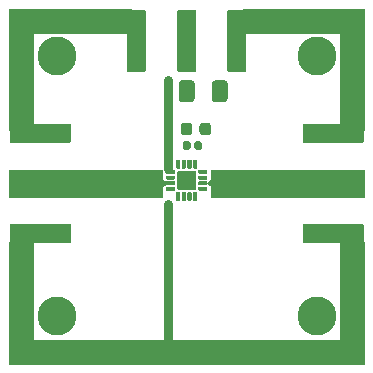
<source format=gbr>
%TF.GenerationSoftware,KiCad,Pcbnew,5.1.7*%
%TF.CreationDate,2020-12-16T02:54:48+00:00*%
%TF.ProjectId,HMC447LC3,484d4334-3437-44c4-9333-2e6b69636164,rev?*%
%TF.SameCoordinates,Original*%
%TF.FileFunction,Soldermask,Top*%
%TF.FilePolarity,Negative*%
%FSLAX46Y46*%
G04 Gerber Fmt 4.6, Leading zero omitted, Abs format (unit mm)*
G04 Created by KiCad (PCBNEW 5.1.7) date 2020-12-16 02:54:48*
%MOMM*%
%LPD*%
G01*
G04 APERTURE LIST*
%ADD10C,0.800000*%
%ADD11C,0.100000*%
%ADD12C,3.300000*%
G04 APERTURE END LIST*
D10*
X148400000Y-85000000D02*
X148400000Y-92500000D01*
D11*
G36*
X165000000Y-94900000D02*
G01*
X152100000Y-94900000D01*
X152100000Y-94000000D01*
X151700000Y-93750000D01*
X152100000Y-93500000D01*
X152100000Y-92600000D01*
X165000000Y-92600000D01*
X165000000Y-94900000D01*
G37*
X165000000Y-94900000D02*
X152100000Y-94900000D01*
X152100000Y-94000000D01*
X151700000Y-93750000D01*
X152100000Y-93500000D01*
X152100000Y-92600000D01*
X165000000Y-92600000D01*
X165000000Y-94900000D01*
G36*
X147900000Y-93500000D02*
G01*
X148400000Y-93750000D01*
X147900000Y-94000000D01*
X147900000Y-94900000D01*
X135000000Y-94900000D01*
X135000000Y-92600000D01*
X147900000Y-92600000D01*
X147900000Y-93500000D01*
G37*
X147900000Y-93500000D02*
X148400000Y-93750000D01*
X147900000Y-94000000D01*
X147900000Y-94900000D01*
X135000000Y-94900000D01*
X135000000Y-92600000D01*
X147900000Y-92600000D01*
X147900000Y-93500000D01*
D10*
X148400000Y-95500000D02*
X148400000Y-107600000D01*
D11*
G36*
X165000000Y-109000000D02*
G01*
X135000000Y-109000000D01*
X135000000Y-107000000D01*
X165000000Y-107000000D01*
X165000000Y-109000000D01*
G37*
X165000000Y-109000000D02*
X135000000Y-109000000D01*
X135000000Y-107000000D01*
X165000000Y-107000000D01*
X165000000Y-109000000D01*
G36*
X165000000Y-81000000D02*
G01*
X154750000Y-81000000D01*
X154750000Y-79000000D01*
X165000000Y-79000000D01*
X165000000Y-81000000D01*
G37*
X165000000Y-81000000D02*
X154750000Y-81000000D01*
X154750000Y-79000000D01*
X165000000Y-79000000D01*
X165000000Y-81000000D01*
G36*
X145250000Y-81000000D02*
G01*
X135000000Y-81000000D01*
X135000000Y-79000000D01*
X145250000Y-79000000D01*
X145250000Y-81000000D01*
G37*
X145250000Y-81000000D02*
X135000000Y-81000000D01*
X135000000Y-79000000D01*
X145250000Y-79000000D01*
X145250000Y-81000000D01*
G36*
X137000000Y-89250000D02*
G01*
X135000000Y-89250000D01*
X135000000Y-79000000D01*
X137000000Y-79000000D01*
X137000000Y-89250000D01*
G37*
X137000000Y-89250000D02*
X135000000Y-89250000D01*
X135000000Y-79000000D01*
X137000000Y-79000000D01*
X137000000Y-89250000D01*
G36*
X137000000Y-109000000D02*
G01*
X135000000Y-109000000D01*
X135000000Y-98750000D01*
X137000000Y-98750000D01*
X137000000Y-109000000D01*
G37*
X137000000Y-109000000D02*
X135000000Y-109000000D01*
X135000000Y-98750000D01*
X137000000Y-98750000D01*
X137000000Y-109000000D01*
G36*
X165000000Y-109000000D02*
G01*
X163000000Y-109000000D01*
X163000000Y-98750000D01*
X165000000Y-98750000D01*
X165000000Y-109000000D01*
G37*
X165000000Y-109000000D02*
X163000000Y-109000000D01*
X163000000Y-98750000D01*
X165000000Y-98750000D01*
X165000000Y-109000000D01*
G36*
X165000000Y-89250000D02*
G01*
X163000000Y-89250000D01*
X163000000Y-79000000D01*
X165000000Y-79000000D01*
X165000000Y-89250000D01*
G37*
X165000000Y-89250000D02*
X163000000Y-89250000D01*
X163000000Y-79000000D01*
X165000000Y-79000000D01*
X165000000Y-89250000D01*
%TO.C,U1*%
G36*
G01*
X148260000Y-92905000D02*
X148260000Y-92655000D01*
G75*
G02*
X148310000Y-92605000I50000J0D01*
G01*
X148950000Y-92605000D01*
G75*
G02*
X149000000Y-92655000I0J-50000D01*
G01*
X149000000Y-92905000D01*
G75*
G02*
X148950000Y-92955000I-50000J0D01*
G01*
X148310000Y-92955000D01*
G75*
G02*
X148260000Y-92905000I0J50000D01*
G01*
G37*
G36*
G01*
X148260000Y-93385000D02*
X148260000Y-93135000D01*
G75*
G02*
X148310000Y-93085000I50000J0D01*
G01*
X148950000Y-93085000D01*
G75*
G02*
X149000000Y-93135000I0J-50000D01*
G01*
X149000000Y-93385000D01*
G75*
G02*
X148950000Y-93435000I-50000J0D01*
G01*
X148310000Y-93435000D01*
G75*
G02*
X148260000Y-93385000I0J50000D01*
G01*
G37*
G36*
G01*
X148260000Y-93865000D02*
X148260000Y-93615000D01*
G75*
G02*
X148310000Y-93565000I50000J0D01*
G01*
X148950000Y-93565000D01*
G75*
G02*
X149000000Y-93615000I0J-50000D01*
G01*
X149000000Y-93865000D01*
G75*
G02*
X148950000Y-93915000I-50000J0D01*
G01*
X148310000Y-93915000D01*
G75*
G02*
X148260000Y-93865000I0J50000D01*
G01*
G37*
G36*
G01*
X148260000Y-94345000D02*
X148260000Y-94095000D01*
G75*
G02*
X148310000Y-94045000I50000J0D01*
G01*
X148950000Y-94045000D01*
G75*
G02*
X149000000Y-94095000I0J-50000D01*
G01*
X149000000Y-94345000D01*
G75*
G02*
X148950000Y-94395000I-50000J0D01*
G01*
X148310000Y-94395000D01*
G75*
G02*
X148260000Y-94345000I0J50000D01*
G01*
G37*
G36*
G01*
X149405000Y-95240000D02*
X149155000Y-95240000D01*
G75*
G02*
X149105000Y-95190000I0J50000D01*
G01*
X149105000Y-94550000D01*
G75*
G02*
X149155000Y-94500000I50000J0D01*
G01*
X149405000Y-94500000D01*
G75*
G02*
X149455000Y-94550000I0J-50000D01*
G01*
X149455000Y-95190000D01*
G75*
G02*
X149405000Y-95240000I-50000J0D01*
G01*
G37*
G36*
G01*
X149885000Y-95240000D02*
X149635000Y-95240000D01*
G75*
G02*
X149585000Y-95190000I0J50000D01*
G01*
X149585000Y-94550000D01*
G75*
G02*
X149635000Y-94500000I50000J0D01*
G01*
X149885000Y-94500000D01*
G75*
G02*
X149935000Y-94550000I0J-50000D01*
G01*
X149935000Y-95190000D01*
G75*
G02*
X149885000Y-95240000I-50000J0D01*
G01*
G37*
G36*
G01*
X150365000Y-95240000D02*
X150115000Y-95240000D01*
G75*
G02*
X150065000Y-95190000I0J50000D01*
G01*
X150065000Y-94550000D01*
G75*
G02*
X150115000Y-94500000I50000J0D01*
G01*
X150365000Y-94500000D01*
G75*
G02*
X150415000Y-94550000I0J-50000D01*
G01*
X150415000Y-95190000D01*
G75*
G02*
X150365000Y-95240000I-50000J0D01*
G01*
G37*
G36*
G01*
X150845000Y-95240000D02*
X150595000Y-95240000D01*
G75*
G02*
X150545000Y-95190000I0J50000D01*
G01*
X150545000Y-94550000D01*
G75*
G02*
X150595000Y-94500000I50000J0D01*
G01*
X150845000Y-94500000D01*
G75*
G02*
X150895000Y-94550000I0J-50000D01*
G01*
X150895000Y-95190000D01*
G75*
G02*
X150845000Y-95240000I-50000J0D01*
G01*
G37*
G36*
G01*
X151000000Y-94345000D02*
X151000000Y-94095000D01*
G75*
G02*
X151050000Y-94045000I50000J0D01*
G01*
X151690000Y-94045000D01*
G75*
G02*
X151740000Y-94095000I0J-50000D01*
G01*
X151740000Y-94345000D01*
G75*
G02*
X151690000Y-94395000I-50000J0D01*
G01*
X151050000Y-94395000D01*
G75*
G02*
X151000000Y-94345000I0J50000D01*
G01*
G37*
G36*
G01*
X151000000Y-93865000D02*
X151000000Y-93615000D01*
G75*
G02*
X151050000Y-93565000I50000J0D01*
G01*
X151690000Y-93565000D01*
G75*
G02*
X151740000Y-93615000I0J-50000D01*
G01*
X151740000Y-93865000D01*
G75*
G02*
X151690000Y-93915000I-50000J0D01*
G01*
X151050000Y-93915000D01*
G75*
G02*
X151000000Y-93865000I0J50000D01*
G01*
G37*
G36*
G01*
X151000000Y-93385000D02*
X151000000Y-93135000D01*
G75*
G02*
X151050000Y-93085000I50000J0D01*
G01*
X151690000Y-93085000D01*
G75*
G02*
X151740000Y-93135000I0J-50000D01*
G01*
X151740000Y-93385000D01*
G75*
G02*
X151690000Y-93435000I-50000J0D01*
G01*
X151050000Y-93435000D01*
G75*
G02*
X151000000Y-93385000I0J50000D01*
G01*
G37*
G36*
G01*
X151000000Y-92905000D02*
X151000000Y-92655000D01*
G75*
G02*
X151050000Y-92605000I50000J0D01*
G01*
X151690000Y-92605000D01*
G75*
G02*
X151740000Y-92655000I0J-50000D01*
G01*
X151740000Y-92905000D01*
G75*
G02*
X151690000Y-92955000I-50000J0D01*
G01*
X151050000Y-92955000D01*
G75*
G02*
X151000000Y-92905000I0J50000D01*
G01*
G37*
G36*
G01*
X150845000Y-92500000D02*
X150595000Y-92500000D01*
G75*
G02*
X150545000Y-92450000I0J50000D01*
G01*
X150545000Y-91810000D01*
G75*
G02*
X150595000Y-91760000I50000J0D01*
G01*
X150845000Y-91760000D01*
G75*
G02*
X150895000Y-91810000I0J-50000D01*
G01*
X150895000Y-92450000D01*
G75*
G02*
X150845000Y-92500000I-50000J0D01*
G01*
G37*
G36*
G01*
X150365000Y-92500000D02*
X150115000Y-92500000D01*
G75*
G02*
X150065000Y-92450000I0J50000D01*
G01*
X150065000Y-91810000D01*
G75*
G02*
X150115000Y-91760000I50000J0D01*
G01*
X150365000Y-91760000D01*
G75*
G02*
X150415000Y-91810000I0J-50000D01*
G01*
X150415000Y-92450000D01*
G75*
G02*
X150365000Y-92500000I-50000J0D01*
G01*
G37*
G36*
G01*
X149885000Y-92500000D02*
X149635000Y-92500000D01*
G75*
G02*
X149585000Y-92450000I0J50000D01*
G01*
X149585000Y-91810000D01*
G75*
G02*
X149635000Y-91760000I50000J0D01*
G01*
X149885000Y-91760000D01*
G75*
G02*
X149935000Y-91810000I0J-50000D01*
G01*
X149935000Y-92450000D01*
G75*
G02*
X149885000Y-92500000I-50000J0D01*
G01*
G37*
G36*
G01*
X149405000Y-92500000D02*
X149155000Y-92500000D01*
G75*
G02*
X149105000Y-92450000I0J50000D01*
G01*
X149105000Y-91810000D01*
G75*
G02*
X149155000Y-91760000I50000J0D01*
G01*
X149405000Y-91760000D01*
G75*
G02*
X149455000Y-91810000I0J-50000D01*
G01*
X149455000Y-92450000D01*
G75*
G02*
X149405000Y-92500000I-50000J0D01*
G01*
G37*
G36*
G01*
X149200000Y-94220000D02*
X149200000Y-92780000D01*
G75*
G02*
X149280000Y-92700000I80000J0D01*
G01*
X150720000Y-92700000D01*
G75*
G02*
X150800000Y-92780000I0J-80000D01*
G01*
X150800000Y-94220000D01*
G75*
G02*
X150720000Y-94300000I-80000J0D01*
G01*
X149280000Y-94300000D01*
G75*
G02*
X149200000Y-94220000I0J80000D01*
G01*
G37*
%TD*%
%TO.C,C3*%
G36*
G01*
X149655000Y-90747500D02*
X149655000Y-90352500D01*
G75*
G02*
X149827500Y-90180000I172500J0D01*
G01*
X150172500Y-90180000D01*
G75*
G02*
X150345000Y-90352500I0J-172500D01*
G01*
X150345000Y-90747500D01*
G75*
G02*
X150172500Y-90920000I-172500J0D01*
G01*
X149827500Y-90920000D01*
G75*
G02*
X149655000Y-90747500I0J172500D01*
G01*
G37*
G36*
G01*
X150625000Y-90747500D02*
X150625000Y-90352500D01*
G75*
G02*
X150797500Y-90180000I172500J0D01*
G01*
X151142500Y-90180000D01*
G75*
G02*
X151315000Y-90352500I0J-172500D01*
G01*
X151315000Y-90747500D01*
G75*
G02*
X151142500Y-90920000I-172500J0D01*
G01*
X150797500Y-90920000D01*
G75*
G02*
X150625000Y-90747500I0J172500D01*
G01*
G37*
%TD*%
%TO.C,J1*%
G36*
G01*
X135060000Y-92950000D02*
X140140000Y-92950000D01*
G75*
G02*
X140190000Y-93000000I0J-50000D01*
G01*
X140190000Y-94500000D01*
G75*
G02*
X140140000Y-94550000I-50000J0D01*
G01*
X135060000Y-94550000D01*
G75*
G02*
X135010000Y-94500000I0J50000D01*
G01*
X135010000Y-93000000D01*
G75*
G02*
X135060000Y-92950000I50000J0D01*
G01*
G37*
G36*
G01*
X135060000Y-97200000D02*
X140140000Y-97200000D01*
G75*
G02*
X140190000Y-97250000I0J-50000D01*
G01*
X140190000Y-98750000D01*
G75*
G02*
X140140000Y-98800000I-50000J0D01*
G01*
X135060000Y-98800000D01*
G75*
G02*
X135010000Y-98750000I0J50000D01*
G01*
X135010000Y-97250000D01*
G75*
G02*
X135060000Y-97200000I50000J0D01*
G01*
G37*
G36*
G01*
X135060000Y-88700000D02*
X140140000Y-88700000D01*
G75*
G02*
X140190000Y-88750000I0J-50000D01*
G01*
X140190000Y-90250000D01*
G75*
G02*
X140140000Y-90300000I-50000J0D01*
G01*
X135060000Y-90300000D01*
G75*
G02*
X135010000Y-90250000I0J50000D01*
G01*
X135010000Y-88750000D01*
G75*
G02*
X135060000Y-88700000I50000J0D01*
G01*
G37*
%TD*%
%TO.C,J2*%
G36*
G01*
X164940000Y-98800000D02*
X159860000Y-98800000D01*
G75*
G02*
X159810000Y-98750000I0J50000D01*
G01*
X159810000Y-97250000D01*
G75*
G02*
X159860000Y-97200000I50000J0D01*
G01*
X164940000Y-97200000D01*
G75*
G02*
X164990000Y-97250000I0J-50000D01*
G01*
X164990000Y-98750000D01*
G75*
G02*
X164940000Y-98800000I-50000J0D01*
G01*
G37*
G36*
G01*
X164940000Y-90300000D02*
X159860000Y-90300000D01*
G75*
G02*
X159810000Y-90250000I0J50000D01*
G01*
X159810000Y-88750000D01*
G75*
G02*
X159860000Y-88700000I50000J0D01*
G01*
X164940000Y-88700000D01*
G75*
G02*
X164990000Y-88750000I0J-50000D01*
G01*
X164990000Y-90250000D01*
G75*
G02*
X164940000Y-90300000I-50000J0D01*
G01*
G37*
G36*
G01*
X164940000Y-94550000D02*
X159860000Y-94550000D01*
G75*
G02*
X159810000Y-94500000I0J50000D01*
G01*
X159810000Y-93000000D01*
G75*
G02*
X159860000Y-92950000I50000J0D01*
G01*
X164940000Y-92950000D01*
G75*
G02*
X164990000Y-93000000I0J-50000D01*
G01*
X164990000Y-94500000D01*
G75*
G02*
X164940000Y-94550000I-50000J0D01*
G01*
G37*
%TD*%
%TO.C,J3*%
G36*
G01*
X150800000Y-79160000D02*
X150800000Y-84240000D01*
G75*
G02*
X150750000Y-84290000I-50000J0D01*
G01*
X149250000Y-84290000D01*
G75*
G02*
X149200000Y-84240000I0J50000D01*
G01*
X149200000Y-79160000D01*
G75*
G02*
X149250000Y-79110000I50000J0D01*
G01*
X150750000Y-79110000D01*
G75*
G02*
X150800000Y-79160000I0J-50000D01*
G01*
G37*
G36*
G01*
X146550000Y-79160000D02*
X146550000Y-84240000D01*
G75*
G02*
X146500000Y-84290000I-50000J0D01*
G01*
X145000000Y-84290000D01*
G75*
G02*
X144950000Y-84240000I0J50000D01*
G01*
X144950000Y-79160000D01*
G75*
G02*
X145000000Y-79110000I50000J0D01*
G01*
X146500000Y-79110000D01*
G75*
G02*
X146550000Y-79160000I0J-50000D01*
G01*
G37*
G36*
G01*
X155050000Y-79160000D02*
X155050000Y-84240000D01*
G75*
G02*
X155000000Y-84290000I-50000J0D01*
G01*
X153500000Y-84290000D01*
G75*
G02*
X153450000Y-84240000I0J50000D01*
G01*
X153450000Y-79160000D01*
G75*
G02*
X153500000Y-79110000I50000J0D01*
G01*
X155000000Y-79110000D01*
G75*
G02*
X155050000Y-79160000I0J-50000D01*
G01*
G37*
%TD*%
%TO.C,C2*%
G36*
G01*
X157435000Y-93947500D02*
X157435000Y-93552500D01*
G75*
G02*
X157607500Y-93380000I172500J0D01*
G01*
X157952500Y-93380000D01*
G75*
G02*
X158125000Y-93552500I0J-172500D01*
G01*
X158125000Y-93947500D01*
G75*
G02*
X157952500Y-94120000I-172500J0D01*
G01*
X157607500Y-94120000D01*
G75*
G02*
X157435000Y-93947500I0J172500D01*
G01*
G37*
G36*
G01*
X158405000Y-93947500D02*
X158405000Y-93552500D01*
G75*
G02*
X158577500Y-93380000I172500J0D01*
G01*
X158922500Y-93380000D01*
G75*
G02*
X159095000Y-93552500I0J-172500D01*
G01*
X159095000Y-93947500D01*
G75*
G02*
X158922500Y-94120000I-172500J0D01*
G01*
X158577500Y-94120000D01*
G75*
G02*
X158405000Y-93947500I0J172500D01*
G01*
G37*
%TD*%
%TO.C,C1*%
G36*
G01*
X140905000Y-93947500D02*
X140905000Y-93552500D01*
G75*
G02*
X141077500Y-93380000I172500J0D01*
G01*
X141422500Y-93380000D01*
G75*
G02*
X141595000Y-93552500I0J-172500D01*
G01*
X141595000Y-93947500D01*
G75*
G02*
X141422500Y-94120000I-172500J0D01*
G01*
X141077500Y-94120000D01*
G75*
G02*
X140905000Y-93947500I0J172500D01*
G01*
G37*
G36*
G01*
X141875000Y-93947500D02*
X141875000Y-93552500D01*
G75*
G02*
X142047500Y-93380000I172500J0D01*
G01*
X142392500Y-93380000D01*
G75*
G02*
X142565000Y-93552500I0J-172500D01*
G01*
X142565000Y-93947500D01*
G75*
G02*
X142392500Y-94120000I-172500J0D01*
G01*
X142047500Y-94120000D01*
G75*
G02*
X141875000Y-93947500I0J172500D01*
G01*
G37*
%TD*%
D12*
%TO.C,MH1*%
X139000000Y-105000000D03*
%TD*%
%TO.C,MH2*%
X139000000Y-83000000D03*
%TD*%
%TO.C,MH3*%
X161000000Y-105000000D03*
%TD*%
%TO.C,MH4*%
X161000000Y-83000000D03*
%TD*%
%TO.C,C4*%
G36*
G01*
X149512500Y-89431250D02*
X149512500Y-88868750D01*
G75*
G02*
X149756250Y-88625000I243750J0D01*
G01*
X150243750Y-88625000D01*
G75*
G02*
X150487500Y-88868750I0J-243750D01*
G01*
X150487500Y-89431250D01*
G75*
G02*
X150243750Y-89675000I-243750J0D01*
G01*
X149756250Y-89675000D01*
G75*
G02*
X149512500Y-89431250I0J243750D01*
G01*
G37*
G36*
G01*
X151087500Y-89431250D02*
X151087500Y-88868750D01*
G75*
G02*
X151331250Y-88625000I243750J0D01*
G01*
X151818750Y-88625000D01*
G75*
G02*
X152062500Y-88868750I0J-243750D01*
G01*
X152062500Y-89431250D01*
G75*
G02*
X151818750Y-89675000I-243750J0D01*
G01*
X151331250Y-89675000D01*
G75*
G02*
X151087500Y-89431250I0J243750D01*
G01*
G37*
%TD*%
%TO.C,C5*%
G36*
G01*
X149325000Y-86605000D02*
X149325000Y-85295000D01*
G75*
G02*
X149595000Y-85025000I270000J0D01*
G01*
X150405000Y-85025000D01*
G75*
G02*
X150675000Y-85295000I0J-270000D01*
G01*
X150675000Y-86605000D01*
G75*
G02*
X150405000Y-86875000I-270000J0D01*
G01*
X149595000Y-86875000D01*
G75*
G02*
X149325000Y-86605000I0J270000D01*
G01*
G37*
G36*
G01*
X152125000Y-86605000D02*
X152125000Y-85295000D01*
G75*
G02*
X152395000Y-85025000I270000J0D01*
G01*
X153205000Y-85025000D01*
G75*
G02*
X153475000Y-85295000I0J-270000D01*
G01*
X153475000Y-86605000D01*
G75*
G02*
X153205000Y-86875000I-270000J0D01*
G01*
X152395000Y-86875000D01*
G75*
G02*
X152125000Y-86605000I0J270000D01*
G01*
G37*
%TD*%
M02*

</source>
